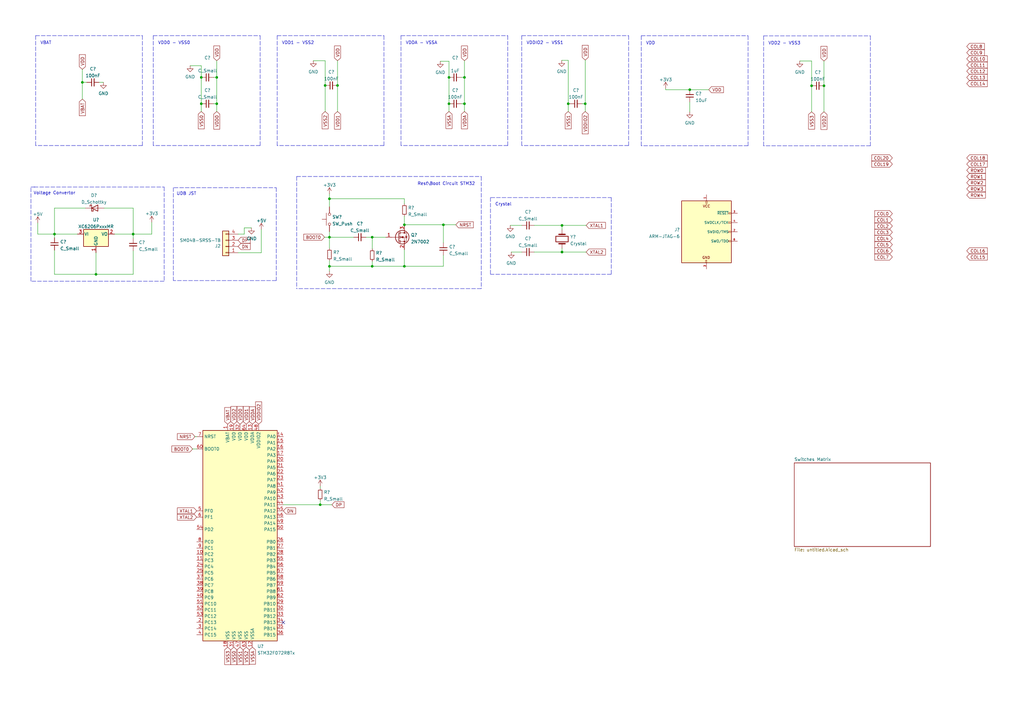
<source format=kicad_sch>
(kicad_sch (version 20211123) (generator eeschema)
  (paper "A3")
  (lib_symbols
    (symbol "Connector_Generic:Conn_01x04" (pin_names (offset 1.016) hide)
      (property "Reference" "J" (at 0 5.08 0))
      (property "Value" "Conn_01x04" (at 0 -7.62 0))
      (symbol "Conn_01x04_1_1"
        (rectangle (start -1.27 -4.953) (end 0 -5.207) (stroke (width 0.1524)))
        (rectangle (start -1.27 -2.413) (end 0 -2.667) (stroke (width 0.1524)))
        (rectangle (start -1.27 0.127) (end 0 -0.127) (stroke (width 0.1524)))
        (rectangle (start -1.27 2.667) (end 0 2.413) (stroke (width 0.1524)))
        (rectangle (start -1.27 3.81) (end 1.27 -6.35) (stroke (width 0.254)) (fill (type background)))
        (pin passive line (at -5.08 2.54 0) (length 3.81) (name "Pin_1") (number "1"))
        (pin passive line (at -5.08 0 0) (length 3.81) (name "Pin_2") (number "2"))
        (pin passive line (at -5.08 -2.54 0) (length 3.81) (name "Pin_3") (number "3"))
        (pin passive line (at -5.08 -5.08 0) (length 3.81) (name "Pin_4") (number "4"))
      )
    )
    (symbol "Device:C_Small" (pin_numbers hide) (pin_names (offset 0.254) hide)
      (property "Reference" "C" (at 0.254 1.778 0))
      (property "Value" "C_Small" (at 0.254 -2.032 0))
      (symbol "C_Small_0_1"
        (polyline (pts (xy -1.524 -0.508) (xy 1.524 -0.508)) (stroke (width 0.3302)))
        (polyline (pts (xy -1.524 0.508) (xy 1.524 0.508)) (stroke (width 0.3048)))
      )
      (symbol "C_Small_1_1"
        (pin passive line (at 0 2.54 270) (length 2.032) (name "~") (number "1"))
        (pin passive line (at 0 -2.54 90) (length 2.032) (name "~") (number "2"))
      )
    )
    (symbol "Device:Crystal" (pin_numbers hide) (pin_names (offset 1.016) hide)
      (property "Reference" "Y" (at 0 3.81 0))
      (property "Value" "Crystal" (at 0 -3.81 0))
      (symbol "Crystal_0_1"
        (rectangle (start -1.143 2.54) (end 1.143 -2.54) (stroke (width 0.3048)))
        (polyline (pts (xy -2.54 0) (xy -1.905 0)))
        (polyline (pts (xy -1.905 -1.27) (xy -1.905 1.27)) (stroke (width 0.508)))
        (polyline (pts (xy 1.905 -1.27) (xy 1.905 1.27)) (stroke (width 0.508)))
        (polyline (pts (xy 2.54 0) (xy 1.905 0)))
      )
      (symbol "Crystal_1_1"
        (pin passive line (at -3.81 0 0) (length 1.27) (name "1") (number "1"))
        (pin passive line (at 3.81 0 180) (length 1.27) (name "2") (number "2"))
      )
    )
    (symbol "Device:D_Schottky" (pin_numbers hide) (pin_names (offset 1.016) hide)
      (property "Reference" "D" (at 0 2.54 0))
      (property "Value" "D_Schottky" (at 0 -2.54 0))
      (symbol "D_Schottky_0_1"
        (polyline (pts (xy 1.27 0) (xy -1.27 0)))
        (polyline (pts (xy 1.27 1.27) (xy 1.27 -1.27) (xy -1.27 0) (xy 1.27 1.27)) (stroke (width 0.254)))
        (polyline (pts (xy -1.905 0.635) (xy -1.905 1.27) (xy -1.27 1.27) (xy -1.27 -1.27) (xy -0.635 -1.27) (xy -0.635 -0.635)) (stroke (width 0.254)))
      )
      (symbol "D_Schottky_1_1"
        (pin passive line (at -3.81 0 0) (length 2.54) (name "K") (number "1"))
        (pin passive line (at 3.81 0 180) (length 2.54) (name "A") (number "2"))
      )
    )
    (symbol "Device:R_Small" (pin_numbers hide) (pin_names (offset 0.254) hide)
      (property "Reference" "R" (at 0.762 0.508 0))
      (property "Value" "R_Small" (at 0.762 -1.016 0))
      (symbol "R_Small_0_1"
        (rectangle (start -0.762 1.778) (end 0.762 -1.778) (stroke (width 0.2032)))
      )
      (symbol "R_Small_1_1"
        (pin passive line (at 0 2.54 270) (length 0.762) (name "~") (number "1"))
        (pin passive line (at 0 -2.54 90) (length 0.762) (name "~") (number "2"))
      )
    )
    (symbol "MCU_ST_STM32F0:STM32F072R8Tx"
      (property "Reference" "U" (at -15.24 44.45 0))
      (property "Value" "STM32F072R8Tx" (at 10.16 44.45 0))
      (symbol "STM32F072R8Tx_0_1"
        (rectangle (start -15.24 -43.18) (end 15.24 43.18) (stroke (width 0.254)) (fill (type background)))
      )
      (symbol "STM32F072R8Tx_1_1"
        (pin power_in line (at -5.08 45.72 270) (length 2.54) (name "VBAT") (number "1"))
        (pin bidirectional line (at -17.78 -7.62 0) (length 2.54) (name "PC2") (number "10"))
        (pin bidirectional line (at -17.78 -10.16 0) (length 2.54) (name "PC3") (number "11"))
        (pin power_in line (at 5.08 -45.72 90) (length 2.54) (name "VSSA") (number "12"))
        (pin power_in line (at 5.08 45.72 270) (length 2.54) (name "VDDA") (number "13"))
        (pin bidirectional line (at 17.78 40.64 180) (length 2.54) (name "PA0") (number "14"))
        (pin bidirectional line (at 17.78 38.1 180) (length 2.54) (name "PA1") (number "15"))
        (pin bidirectional line (at 17.78 35.56 180) (length 2.54) (name "PA2") (number "16"))
        (pin bidirectional line (at 17.78 33.02 180) (length 2.54) (name "PA3") (number "17"))
        (pin power_in line (at -5.08 -45.72 90) (length 2.54) (name "VSS") (number "18"))
        (pin power_in line (at -2.54 45.72 270) (length 2.54) (name "VDD") (number "19"))
        (pin bidirectional line (at -17.78 -35.56 0) (length 2.54) (name "PC13") (number "2"))
        (pin bidirectional line (at 17.78 30.48 180) (length 2.54) (name "PA4") (number "20"))
        (pin bidirectional line (at 17.78 27.94 180) (length 2.54) (name "PA5") (number "21"))
        (pin bidirectional line (at 17.78 25.4 180) (length 2.54) (name "PA6") (number "22"))
        (pin bidirectional line (at 17.78 22.86 180) (length 2.54) (name "PA7") (number "23"))
        (pin bidirectional line (at -17.78 -12.7 0) (length 2.54) (name "PC4") (number "24"))
        (pin bidirectional line (at -17.78 -15.24 0) (length 2.54) (name "PC5") (number "25"))
        (pin bidirectional line (at 17.78 -2.54 180) (length 2.54) (name "PB0") (number "26"))
        (pin bidirectional line (at 17.78 -5.08 180) (length 2.54) (name "PB1") (number "27"))
        (pin bidirectional line (at 17.78 -7.62 180) (length 2.54) (name "PB2") (number "28"))
        (pin bidirectional line (at 17.78 -27.94 180) (length 2.54) (name "PB10") (number "29"))
        (pin bidirectional line (at -17.78 -38.1 0) (length 2.54) (name "PC14") (number "3"))
        (pin bidirectional line (at 17.78 -30.48 180) (length 2.54) (name "PB11") (number "30"))
        (pin power_in line (at -2.54 -45.72 90) (length 2.54) (name "VSS") (number "31"))
        (pin power_in line (at 0 45.72 270) (length 2.54) (name "VDD") (number "32"))
        (pin bidirectional line (at 17.78 -33.02 180) (length 2.54) (name "PB12") (number "33"))
        (pin bidirectional line (at 17.78 -35.56 180) (length 2.54) (name "PB13") (number "34"))
        (pin bidirectional line (at 17.78 -38.1 180) (length 2.54) (name "PB14") (number "35"))
        (pin bidirectional line (at 17.78 -40.64 180) (length 2.54) (name "PB15") (number "36"))
        (pin bidirectional line (at -17.78 -17.78 0) (length 2.54) (name "PC6") (number "37"))
        (pin bidirectional line (at -17.78 -20.32 0) (length 2.54) (name "PC7") (number "38"))
        (pin bidirectional line (at -17.78 -22.86 0) (length 2.54) (name "PC8") (number "39"))
        (pin bidirectional line (at -17.78 -40.64 0) (length 2.54) (name "PC15") (number "4"))
        (pin bidirectional line (at -17.78 -25.4 0) (length 2.54) (name "PC9") (number "40"))
        (pin bidirectional line (at 17.78 20.32 180) (length 2.54) (name "PA8") (number "41"))
        (pin bidirectional line (at 17.78 17.78 180) (length 2.54) (name "PA9") (number "42"))
        (pin bidirectional line (at 17.78 15.24 180) (length 2.54) (name "PA10") (number "43"))
        (pin bidirectional line (at 17.78 12.7 180) (length 2.54) (name "PA11") (number "44"))
        (pin bidirectional line (at 17.78 10.16 180) (length 2.54) (name "PA12") (number "45"))
        (pin bidirectional line (at 17.78 7.62 180) (length 2.54) (name "PA13") (number "46"))
        (pin power_in line (at 0 -45.72 90) (length 2.54) (name "VSS") (number "47"))
        (pin power_in line (at 7.62 45.72 270) (length 2.54) (name "VDDIO2") (number "48"))
        (pin bidirectional line (at 17.78 5.08 180) (length 2.54) (name "PA14") (number "49"))
        (pin input line (at -17.78 10.16 0) (length 2.54) (name "PF0") (number "5"))
        (pin bidirectional line (at 17.78 2.54 180) (length 2.54) (name "PA15") (number "50"))
        (pin bidirectional line (at -17.78 -27.94 0) (length 2.54) (name "PC10") (number "51"))
        (pin bidirectional line (at -17.78 -30.48 0) (length 2.54) (name "PC11") (number "52"))
        (pin bidirectional line (at -17.78 -33.02 0) (length 2.54) (name "PC12") (number "53"))
        (pin bidirectional line (at -17.78 2.54 0) (length 2.54) (name "PD2") (number "54"))
        (pin bidirectional line (at 17.78 -10.16 180) (length 2.54) (name "PB3") (number "55"))
        (pin bidirectional line (at 17.78 -12.7 180) (length 2.54) (name "PB4") (number "56"))
        (pin bidirectional line (at 17.78 -15.24 180) (length 2.54) (name "PB5") (number "57"))
        (pin bidirectional line (at 17.78 -17.78 180) (length 2.54) (name "PB6") (number "58"))
        (pin bidirectional line (at 17.78 -20.32 180) (length 2.54) (name "PB7") (number "59"))
        (pin input line (at -17.78 7.62 0) (length 2.54) (name "PF1") (number "6"))
        (pin input line (at -17.78 35.56 0) (length 2.54) (name "BOOT0") (number "60"))
        (pin bidirectional line (at 17.78 -22.86 180) (length 2.54) (name "PB8") (number "61"))
        (pin bidirectional line (at 17.78 -25.4 180) (length 2.54) (name "PB9") (number "62"))
        (pin power_in line (at 2.54 -45.72 90) (length 2.54) (name "VSS") (number "63"))
        (pin power_in line (at 2.54 45.72 270) (length 2.54) (name "VDD") (number "64"))
        (pin input line (at -17.78 40.64 0) (length 2.54) (name "NRST") (number "7"))
        (pin bidirectional line (at -17.78 -2.54 0) (length 2.54) (name "PC0") (number "8"))
        (pin bidirectional line (at -17.78 -5.08 0) (length 2.54) (name "PC1") (number "9"))
      )
    )
    (symbol "Regulator_Linear:XC6206PxxxMR" (pin_names (offset 0.254))
      (property "Reference" "U" (at -3.81 3.175 0))
      (property "Value" "XC6206PxxxMR" (at 0 3.175 0))
      (symbol "XC6206PxxxMR_0_1"
        (rectangle (start -5.08 1.905) (end 5.08 -5.08) (stroke (width 0.254)) (fill (type background)))
      )
      (symbol "XC6206PxxxMR_1_1"
        (pin power_in line (at 0 -7.62 90) (length 2.54) (name "GND") (number "1"))
        (pin power_out line (at 7.62 0 180) (length 2.54) (name "VO") (number "2"))
        (pin power_in line (at -7.62 0 0) (length 2.54) (name "VI") (number "3"))
      )
    )
    (symbol "Switch:SW_Push" (pin_numbers hide) (pin_names (offset 1.016) hide)
      (property "Reference" "SW" (at 1.27 2.54 0))
      (property "Value" "SW_Push" (at 0 -1.524 0))
      (symbol "SW_Push_0_1"
        (circle (center -2.032 0) (radius 0.508))
        (polyline (pts (xy 0 1.27) (xy 0 3.048)))
        (polyline (pts (xy 2.54 1.27) (xy -2.54 1.27)))
        (circle (center 2.032 0) (radius 0.508))
        (pin passive line (at -5.08 0 0) (length 2.54) (name "1") (number "1"))
        (pin passive line (at 5.08 0 180) (length 2.54) (name "2") (number "2"))
      )
    )
    (symbol "Transistor_FET:2N7002" (pin_names hide)
      (property "Reference" "Q" (at 5.08 1.905 0))
      (property "Value" "2N7002" (at 5.08 0 0))
      (symbol "2N7002_0_1"
        (polyline (pts (xy 0.254 0) (xy -2.54 0)))
        (polyline (pts (xy 0.254 1.905) (xy 0.254 -1.905)) (stroke (width 0.254)))
        (polyline (pts (xy 0.762 -1.27) (xy 0.762 -2.286)) (stroke (width 0.254)))
        (polyline (pts (xy 0.762 0.508) (xy 0.762 -0.508)) (stroke (width 0.254)))
        (polyline (pts (xy 0.762 2.286) (xy 0.762 1.27)) (stroke (width 0.254)))
        (polyline (pts (xy 2.54 2.54) (xy 2.54 1.778)))
        (polyline (pts (xy 2.54 -2.54) (xy 2.54 0) (xy 0.762 0)))
        (polyline (pts (xy 0.762 -1.778) (xy 3.302 -1.778) (xy 3.302 1.778) (xy 0.762 1.778)))
        (polyline (pts (xy 1.016 0) (xy 2.032 0.381) (xy 2.032 -0.381) (xy 1.016 0)) (fill (type outline)))
        (polyline (pts (xy 2.794 0.508) (xy 2.921 0.381) (xy 3.683 0.381) (xy 3.81 0.254)))
        (polyline (pts (xy 3.302 0.381) (xy 2.921 -0.254) (xy 3.683 -0.254) (xy 3.302 0.381)))
        (circle (center 1.651 0) (radius 2.794) (stroke (width 0.254)))
        (circle (center 2.54 -1.778) (radius 0.254) (fill (type outline)))
        (circle (center 2.54 1.778) (radius 0.254) (fill (type outline)))
      )
      (symbol "2N7002_1_1"
        (pin input line (at -5.08 0 0) (length 2.54) (name "G") (number "1"))
        (pin passive line (at 2.54 -5.08 90) (length 2.54) (name "S") (number "2"))
        (pin passive line (at 2.54 5.08 270) (length 2.54) (name "D") (number "3"))
      )
    )
    (symbol "acheronSymbols:ARM-JTAG-6" (pin_names (offset 1.016))
      (property "Reference" "J" (at -2.54 16.51 0))
      (property "Value" "ARM-JTAG-6" (at -2.54 13.97 0))
      (symbol "ARM-JTAG-6_0_0"
        (text "VCC" (at 0 10.541 0) (effects (font (size 1.016 1.016))))
      )
      (symbol "ARM-JTAG-6_0_1"
        (rectangle (start -10.16 12.7) (end 10.16 -12.7) (stroke (width 0.254)) (fill (type background)))
        (rectangle (start -0.381 -12.7) (end 0.127 -11.684))
        (rectangle (start -0.254 12.7) (end 0.254 11.684))
        (rectangle (start 9.144 3.556) (end 10.16 4.064))
        (rectangle (start 10.16 -4.064) (end 9.144 -3.556))
        (rectangle (start 10.16 -0.254) (end 9.144 0.254))
        (rectangle (start 10.16 7.874) (end 9.144 7.366))
      )
      (symbol "ARM-JTAG-6_1_1"
        (text "GND" (at -0.127 -10.541 0) (effects (font (size 1.016 1.016))))
        (pin power_in line (at 0 15.24 270) (length 2.54) (name "VCC") (number "1"))
        (pin bidirectional line (at 12.7 0 180) (length 2.54) (name "SWDIO/TMS") (number "2"))
        (pin power_in line (at 0 -15.24 90) (length 2.54) (name "GND") (number "3"))
        (pin open_collector line (at 12.7 7.62 180) (length 2.54) (name "~{RESET}") (number "3"))
        (pin output line (at 12.7 3.81 180) (length 2.54) (name "SWDCLK/TCK") (number "4"))
        (pin passive line (at 0 -15.24 90) (length 2.54) hide (name "GND") (number "5"))
        (pin input line (at 12.7 -3.81 180) (length 2.54) (name "SWO/TDO") (number "6"))
        (pin no_connect line (at -10.16 0 0) (length 2.54) hide (name "KEY") (number "7"))
      )
    )
    (symbol "power:+3.3V" (power) (pin_names (offset 0))
      (property "Value" "+3.3V" (at 0 3.556 0))
      (symbol "+3.3V_0_1"
        (polyline (pts (xy -0.762 1.27) (xy 0 2.54)))
        (polyline (pts (xy 0 0) (xy 0 2.54)))
        (polyline (pts (xy 0 2.54) (xy 0.762 1.27)))
      )
      (symbol "+3.3V_1_1"
        (pin power_in line (at 0 0 90) (length 0) hide (name "+3V3") (number "1"))
      )
    )
    (symbol "power:+5V" (power) (pin_names (offset 0))
      (property "Value" "+5V" (at 0 3.556 0))
      (symbol "+5V_0_1"
        (polyline (pts (xy -0.762 1.27) (xy 0 2.54)))
        (polyline (pts (xy 0 0) (xy 0 2.54)))
        (polyline (pts (xy 0 2.54) (xy 0.762 1.27)))
      )
      (symbol "+5V_1_1"
        (pin power_in line (at 0 0 90) (length 0) hide (name "+5V") (number "1"))
      )
    )
    (symbol "power:GND" (power) (pin_names (offset 0))
      (property "Value" "GND" (at 0 -3.81 0))
      (symbol "GND_0_1"
        (polyline (pts (xy 0 0) (xy 0 -1.27) (xy 1.27 -1.27) (xy 0 -2.54) (xy -1.27 -1.27) (xy 0 -1.27)))
      )
      (symbol "GND_1_1"
        (pin power_in line (at 0 0 270) (length 0) hide (name "GND") (number "1"))
      )
    )
  )
  (junction (at 138.43 35.052))
  (junction (at 82.55 31.75))
  (junction (at 135.128 97.282))
  (junction (at 230.505 103.378))
  (junction (at 88.9 31.75))
  (junction (at 337.947 35.179))
  (junction (at 54.61 96.012))
  (junction (at 233.045 42.545))
  (junction (at 152.654 97.282))
  (junction (at 133.35 35.052))
  (junction (at 88.9 42.545))
  (junction (at 82.55 42.545))
  (junction (at 190.5 31.75))
  (junction (at 33.782 33.782))
  (junction (at 39.37 112.522))
  (junction (at 184.15 42.545))
  (junction (at 135.128 81.534))
  (junction (at 240.03 42.545))
  (junction (at 230.505 92.456))
  (junction (at 165.862 109.22))
  (junction (at 282.9052 36.7792))
  (junction (at 184.15 31.75))
  (junction (at 332.867 35.179))
  (junction (at 131.318 207.01))
  (junction (at 181.864 92.202))
  (junction (at 190.5 42.545))
  (junction (at 152.654 109.22))
  (junction (at 135.128 109.22))
  (junction (at 165.862 92.202))
  (junction (at 22.352 96.012))
  (no_connect (at 116.205 255.2954))
  (wire (pts (xy 54.61 96.012) (xy 54.61 85.344)))
  (wire (pts (xy 138.43 35.052) (xy 138.43 45.72)))
  (wire (pts (xy 33.782 28.448) (xy 33.782 33.782)))
  (wire (pts (xy 219.075 103.378) (xy 230.505 103.378)))
  (wire (pts (xy 240.03 24.638) (xy 240.03 42.545)))
  (polyline (pts (xy 208.28 14.605) (xy 208.28 59.69)))
  (wire (pts (xy 46.99 96.012) (xy 54.61 96.012)))
  (polyline (pts (xy 262.9916 59.7662) (xy 262.9916 14.6812)))
  (polyline (pts (xy 14.605 59.69) (xy 14.605 14.605)))
  (wire (pts (xy 39.37 103.632) (xy 39.37 112.522)))
  (polyline (pts (xy 257.81 59.69) (xy 213.995 59.69)))
  (wire (pts (xy 180.594 25.146) (xy 184.15 25.146)))
  (polyline (pts (xy 12.7 76.708) (xy 14.224 76.708)))
  (wire (pts (xy 54.61 85.344) (xy 42.672 85.344)))
  (wire (pts (xy 100.203 93.472) (xy 100.203 96.012)))
  (wire (pts (xy 181.864 92.202) (xy 186.944 92.202)))
  (polyline (pts (xy 313.182 59.817) (xy 313.182 14.732)))
  (wire (pts (xy 62.23 91.186) (xy 62.23 96.012)))
  (polyline (pts (xy 306.8066 59.7662) (xy 262.9916 59.7662)))
  (wire (pts (xy 133.096 97.282) (xy 135.128 97.282)))
  (polyline (pts (xy 208.28 59.69) (xy 164.465 59.69)))
  (wire (pts (xy 22.352 112.522) (xy 39.37 112.522)))
  (polyline (pts (xy 213.995 14.605) (xy 257.81 14.605)))
  (wire (pts (xy 209.296 92.456) (xy 213.995 92.456)))
  (wire (pts (xy 33.782 33.782) (xy 33.782 40.64)))
  (wire (pts (xy 138.43 24.892) (xy 138.43 35.052)))
  (polyline (pts (xy 13.97 76.708) (xy 67.31 76.708)))
  (wire (pts (xy 165.862 81.534) (xy 135.128 81.534)))
  (polyline (pts (xy 121.666 72.39) (xy 197.358 72.39)))
  (wire (pts (xy 233.045 42.545) (xy 233.045 45.72)))
  (polyline (pts (xy 306.8066 14.6812) (xy 306.8066 59.7662)))
  (wire (pts (xy 219.075 92.456) (xy 230.505 92.456)))
  (polyline (pts (xy 113.665 59.69) (xy 113.665 14.605)))
  (wire (pts (xy 184.15 25.146) (xy 184.15 31.75)))
  (polyline (pts (xy 157.48 59.69) (xy 113.665 59.69)))
  (wire (pts (xy 33.782 33.782) (xy 35.56 33.782)))
  (polyline (pts (xy 58.42 59.69) (xy 14.605 59.69)))
  (wire (pts (xy 97.663 96.012) (xy 100.203 96.012)))
  (wire (pts (xy 233.045 42.545) (xy 233.68 42.545)))
  (wire (pts (xy 135.128 109.22) (xy 152.654 109.22)))
  (wire (pts (xy 22.352 102.616) (xy 22.352 112.522)))
  (wire (pts (xy 184.15 42.545) (xy 184.15 45.72)))
  (polyline (pts (xy 197.358 118.364) (xy 121.666 118.364)))
  (polyline (pts (xy 58.42 14.605) (xy 58.42 59.69)))
  (polyline (pts (xy 71.374 76.962) (xy 113.284 76.962)))
  (wire (pts (xy 40.64 33.782) (xy 42.418 33.782)))
  (polyline (pts (xy 106.68 14.605) (xy 106.68 59.69)))
  (wire (pts (xy 116.2304 207.01) (xy 131.318 207.01)))
  (polyline (pts (xy 250.698 81.026) (xy 250.698 112.522)))
  (wire (pts (xy 150.114 97.282) (xy 152.654 97.282)))
  (wire (pts (xy 35.052 85.344) (xy 22.352 85.344)))
  (wire (pts (xy 337.947 35.179) (xy 337.947 45.847)))
  (wire (pts (xy 230.378 24.765) (xy 233.045 24.765)))
  (polyline (pts (xy 164.465 59.69) (xy 164.465 14.605)))
  (wire (pts (xy 133.35 35.052) (xy 133.35 45.72)))
  (wire (pts (xy 128.524 24.892) (xy 133.35 24.892)))
  (wire (pts (xy 165.862 92.202) (xy 181.864 92.202)))
  (wire (pts (xy 209.677 103.378) (xy 213.995 103.378)))
  (wire (pts (xy 135.128 97.282) (xy 135.128 101.854)))
  (wire (pts (xy 184.15 31.75) (xy 184.15 42.545)))
  (polyline (pts (xy 257.81 14.605) (xy 257.81 59.69)))
  (polyline (pts (xy 14.605 14.605) (xy 58.42 14.605)))
  (polyline (pts (xy 201.295 81.026) (xy 250.698 81.026)))
  (polyline (pts (xy 106.68 59.69) (xy 62.865 59.69)))
  (wire (pts (xy 131.318 205.3336) (xy 131.318 207.01)))
  (wire (pts (xy 135.128 109.22) (xy 135.128 111.252)))
  (wire (pts (xy 230.505 101.854) (xy 230.505 103.378)))
  (wire (pts (xy 82.55 26.924) (xy 82.55 31.75)))
  (wire (pts (xy 152.654 97.282) (xy 158.242 97.282)))
  (polyline (pts (xy 213.995 59.69) (xy 213.995 14.605)))
  (wire (pts (xy 135.128 106.934) (xy 135.128 109.22)))
  (wire (pts (xy 97.663 103.632) (xy 107.188 103.632)))
  (wire (pts (xy 54.61 97.79) (xy 54.61 96.012)))
  (wire (pts (xy 230.505 92.456) (xy 230.505 94.234)))
  (wire (pts (xy 189.23 42.545) (xy 190.5 42.545)))
  (wire (pts (xy 78.994 184.15) (xy 80.6704 184.15)))
  (wire (pts (xy 77.978 26.924) (xy 82.55 26.924)))
  (wire (pts (xy 181.864 109.22) (xy 165.862 109.22)))
  (polyline (pts (xy 313.182 14.732) (xy 356.997 14.732)))
  (wire (pts (xy 189.23 31.75) (xy 190.5 31.75)))
  (wire (pts (xy 238.76 42.545) (xy 240.03 42.545)))
  (polyline (pts (xy 67.31 76.708) (xy 67.31 115.316)))
  (wire (pts (xy 190.5 31.75) (xy 190.5 42.545)))
  (wire (pts (xy 165.862 88.646) (xy 165.862 92.202)))
  (wire (pts (xy 230.505 92.456) (xy 240.411 92.456)))
  (wire (pts (xy 152.654 97.282) (xy 152.654 102.108)))
  (polyline (pts (xy 197.358 72.39) (xy 197.358 118.364)))
  (wire (pts (xy 272.9992 36.2712) (xy 272.9992 36.7792)))
  (wire (pts (xy 135.128 81.534) (xy 135.128 84.836)))
  (wire (pts (xy 332.867 35.179) (xy 332.867 45.847)))
  (polyline (pts (xy 250.698 112.522) (xy 201.168 112.522)))
  (polyline (pts (xy 71.12 76.962) (xy 71.12 115.062)))
  (polyline (pts (xy 262.9916 14.6812) (xy 306.8066 14.6812)))
  (polyline (pts (xy 157.48 14.605) (xy 157.48 59.69)))
  (wire (pts (xy 88.9 42.545) (xy 88.9 45.72)))
  (wire (pts (xy 15.494 96.012) (xy 22.352 96.012)))
  (polyline (pts (xy 62.865 14.605) (xy 106.68 14.605)))
  (wire (pts (xy 181.864 104.648) (xy 181.864 109.22)))
  (wire (pts (xy 22.352 96.012) (xy 31.75 96.012)))
  (wire (pts (xy 22.352 85.344) (xy 22.352 96.012)))
  (wire (pts (xy 230.505 103.378) (xy 240.411 103.378)))
  (wire (pts (xy 328.041 25.019) (xy 332.867 25.019)))
  (wire (pts (xy 282.9052 36.7792) (xy 290.6776 36.7792)))
  (wire (pts (xy 135.128 79.502) (xy 135.128 81.534)))
  (wire (pts (xy 165.862 109.22) (xy 152.654 109.22)))
  (polyline (pts (xy 113.284 76.962) (xy 113.284 115.062)))
  (polyline (pts (xy 201.168 81.026) (xy 201.168 112.522)))
  (wire (pts (xy 181.864 92.202) (xy 181.864 99.568)))
  (wire (pts (xy 82.55 42.545) (xy 82.55 45.72)))
  (polyline (pts (xy 67.31 115.316) (xy 12.7 115.316)))
  (polyline (pts (xy 164.465 14.605) (xy 208.28 14.605)))
  (polyline (pts (xy 121.666 72.39) (xy 121.666 118.364)))
  (wire (pts (xy 87.63 31.75) (xy 88.9 31.75)))
  (wire (pts (xy 131.318 207.01) (xy 136.0932 207.01)))
  (wire (pts (xy 107.188 103.632) (xy 107.188 94.107)))
  (wire (pts (xy 282.9052 41.8592) (xy 282.9052 45.8724)))
  (polyline (pts (xy 356.997 59.817) (xy 313.182 59.817)))
  (wire (pts (xy 233.045 24.765) (xy 233.045 42.545)))
  (wire (pts (xy 165.862 83.566) (xy 165.862 81.534)))
  (wire (pts (xy 240.03 42.545) (xy 240.03 45.72)))
  (wire (pts (xy 39.37 112.522) (xy 54.61 112.522)))
  (wire (pts (xy 103.124 93.472) (xy 100.203 93.472)))
  (wire (pts (xy 133.35 24.892) (xy 133.35 35.052)))
  (wire (pts (xy 190.5 24.892) (xy 190.5 31.75)))
  (polyline (pts (xy 113.284 115.062) (xy 71.12 115.062)))
  (wire (pts (xy 22.352 96.012) (xy 22.352 97.536)))
  (wire (pts (xy 135.128 94.996) (xy 135.128 97.282)))
  (polyline (pts (xy 356.997 14.732) (xy 356.997 59.817)))
  (polyline (pts (xy 62.865 59.69) (xy 62.865 14.605)))
  (wire (pts (xy 272.9992 36.7792) (xy 282.9052 36.7792)))
  (wire (pts (xy 79.9592 179.07) (xy 80.6704 179.07)))
  (wire (pts (xy 165.862 102.362) (xy 165.862 109.22)))
  (wire (pts (xy 82.55 31.75) (xy 82.55 42.545)))
  (wire (pts (xy 88.9 24.892) (xy 88.9 31.75)))
  (wire (pts (xy 54.61 112.522) (xy 54.61 102.87)))
  (wire (pts (xy 337.947 25.019) (xy 337.947 35.179)))
  (wire (pts (xy 62.23 96.012) (xy 54.61 96.012)))
  (wire (pts (xy 15.494 91.44) (xy 15.494 96.012)))
  (polyline (pts (xy 113.665 14.605) (xy 157.48 14.605)))
  (wire (pts (xy 87.63 42.545) (xy 88.9 42.545)))
  (wire (pts (xy 131.318 199.4408) (xy 131.318 200.2536)))
  (wire (pts (xy 135.128 97.282) (xy 145.034 97.282)))
  (polyline (pts (xy 12.7 115.316) (xy 12.7 76.708)))
  (wire (pts (xy 88.9 31.75) (xy 88.9 42.545)))
  (wire (pts (xy 332.867 25.019) (xy 332.867 35.179)))
  (wire (pts (xy 190.5 42.545) (xy 190.5 45.72)))
  (wire (pts (xy 152.654 109.22) (xy 152.654 107.188)))
  (text "VDD2 - VSS3" (at 315.087 18.542 0) (effects (font (size 1.27 1.27)) (justify left bottom)))
  (text "Crystal" (at 203.073 84.582 0) (effects (font (size 1.27 1.27)) (justify left bottom)))
  (text "VBAT" (at 16.51 18.415 0) (effects (font (size 1.27 1.27)) (justify left bottom)))
  (text "VDD" (at 264.8966 18.5166 0) (effects (font (size 1.27 1.27)) (justify left bottom)))
  (text "Rest\\Boot Circuit STM32" (at 171.196 76.2 0) (effects (font (size 1.27 1.27)) (justify left bottom)))
  (text "VDD0 - VSS0" (at 64.77 18.415 0) (effects (font (size 1.27 1.27)) (justify left bottom)))
  (text "UDB JST" (at 72.39 80.264 0) (effects (font (size 1.27 1.27)) (justify left bottom)))
  (text "VDD1 - VSS2" (at 115.57 18.415 0) (effects (font (size 1.27 1.27)) (justify left bottom)))
  (text "Voltage Convertor" (at 13.716 80.01 0) (effects (font (size 1.27 1.27)) (justify left bottom)))
  (text "VDDA - VSSA" (at 166.37 18.415 0) (effects (font (size 1.27 1.27)) (justify left bottom)))
  (text "VDDIO2 - VSS1" (at 215.9 18.415 0) (effects (font (size 1.27 1.27)) (justify left bottom)))
  (global_label "NRST" (shape input) (at 79.9592 179.07 180) (property "Intersheet References" "${INTERSHEET_REFS}" (effects hide)))
  (global_label "VDD0" (shape input) (at 98.4504 173.99 90) (property "Intersheet References" "${INTERSHEET_REFS}" (effects hide)))
  (global_label "COL14" (shape input) (at 396.494 34.29 0) (property "Intersheet References" "${INTERSHEET_REFS}" (effects hide)))
  (global_label "VDDA" (shape input) (at 103.5304 173.99 90) (property "Intersheet References" "${INTERSHEET_REFS}" (effects hide)))
  (global_label "VDD" (shape input) (at 290.6776 36.7792 0) (property "Intersheet References" "${INTERSHEET_REFS}" (effects hide)))
  (global_label "ROW1" (shape input) (at 396.494 72.39 0) (property "Intersheet References" "${INTERSHEET_REFS}" (effects hide)))
  (global_label "COL5" (shape input) (at 366.014 100.33 180) (property "Intersheet References" "${INTERSHEET_REFS}" (effects hide)))
  (global_label "VDD1" (shape input) (at 100.9904 173.99 90) (property "Intersheet References" "${INTERSHEET_REFS}" (effects hide)))
  (global_label "XTAL1" (shape input) (at 240.411 92.456 0) (property "Intersheet References" "${INTERSHEET_REFS}" (effects hide)))
  (global_label "COL4" (shape input) (at 366.014 97.79 180) (property "Intersheet References" "${INTERSHEET_REFS}" (effects hide)))
  (global_label "VSS3" (shape input) (at 332.867 45.847 270) (property "Intersheet References" "${INTERSHEET_REFS}" (effects hide)))
  (global_label "COL10" (shape input) (at 396.494 24.13 0) (property "Intersheet References" "${INTERSHEET_REFS}" (effects hide)))
  (global_label "VDD" (shape input) (at 138.43 24.892 90) (property "Intersheet References" "${INTERSHEET_REFS}" (effects hide)))
  (global_label "VDD1" (shape input) (at 138.43 45.72 270) (property "Intersheet References" "${INTERSHEET_REFS}" (effects hide)))
  (global_label "COL11" (shape input) (at 396.494 26.67 0) (property "Intersheet References" "${INTERSHEET_REFS}" (effects hide)))
  (global_label "VSSA" (shape input) (at 184.15 45.72 270) (property "Intersheet References" "${INTERSHEET_REFS}" (effects hide)))
  (global_label "COL19" (shape input) (at 366.014 67.31 180) (property "Intersheet References" "${INTERSHEET_REFS}" (effects hide)))
  (global_label "COL0" (shape input) (at 366.014 87.63 180) (property "Intersheet References" "${INTERSHEET_REFS}" (effects hide)))
  (global_label "VSS0" (shape input) (at 82.55 45.72 270) (property "Intersheet References" "${INTERSHEET_REFS}" (effects hide)))
  (global_label "VSS1" (shape input) (at 233.045 45.72 270) (property "Intersheet References" "${INTERSHEET_REFS}" (effects hide)))
  (global_label "XTAL2" (shape input) (at 80.6704 212.09 180) (property "Intersheet References" "${INTERSHEET_REFS}" (effects hide)))
  (global_label "ROW0" (shape input) (at 396.494 69.85 0) (property "Intersheet References" "${INTERSHEET_REFS}" (effects hide)))
  (global_label "XTAL1" (shape input) (at 80.6704 209.55 180) (property "Intersheet References" "${INTERSHEET_REFS}" (effects hide)))
  (global_label "COL15" (shape input) (at 396.494 105.41 0) (property "Intersheet References" "${INTERSHEET_REFS}" (effects hide)))
  (global_label "VDDIO2" (shape input) (at 106.0704 173.99 90) (property "Intersheet References" "${INTERSHEET_REFS}" (effects hide)))
  (global_label "DN" (shape input) (at 97.663 101.092 0) (property "Intersheet References" "${INTERSHEET_REFS}" (effects hide)))
  (global_label "COL3" (shape input) (at 366.014 95.25 180) (property "Intersheet References" "${INTERSHEET_REFS}" (effects hide)))
  (global_label "VSS3" (shape input) (at 93.3704 265.43 270) (property "Intersheet References" "${INTERSHEET_REFS}" (effects hide)))
  (global_label "COL16" (shape input) (at 396.494 102.87 0) (property "Intersheet References" "${INTERSHEET_REFS}" (effects hide)))
  (global_label "VDD" (shape input) (at 88.9 24.892 90) (property "Intersheet References" "${INTERSHEET_REFS}" (effects hide)))
  (global_label "ROW3" (shape input) (at 396.494 77.47 0) (property "Intersheet References" "${INTERSHEET_REFS}" (effects hide)))
  (global_label "VSS2" (shape input) (at 133.35 45.72 270) (property "Intersheet References" "${INTERSHEET_REFS}" (effects hide)))
  (global_label "COL13" (shape input) (at 396.494 31.75 0) (property "Intersheet References" "${INTERSHEET_REFS}" (effects hide)))
  (global_label "DP" (shape input) (at 97.663 98.552 0) (property "Intersheet References" "${INTERSHEET_REFS}" (effects hide)))
  (global_label "NRST" (shape input) (at 186.944 92.202 0) (property "Intersheet References" "${INTERSHEET_REFS}" (effects hide)))
  (global_label "VDD2" (shape input) (at 337.947 45.847 270) (property "Intersheet References" "${INTERSHEET_REFS}" (effects hide)))
  (global_label "ROW2" (shape input) (at 396.494 74.93 0) (property "Intersheet References" "${INTERSHEET_REFS}" (effects hide)))
  (global_label "COL18" (shape input) (at 396.494 64.77 0) (property "Intersheet References" "${INTERSHEET_REFS}" (effects hide)))
  (global_label "COL7" (shape input) (at 366.014 105.41 180) (property "Intersheet References" "${INTERSHEET_REFS}" (effects hide)))
  (global_label "VBAT" (shape input) (at 33.782 40.64 270) (property "Intersheet References" "${INTERSHEET_REFS}" (effects hide)))
  (global_label "BOOT0" (shape input) (at 78.994 184.15 180) (property "Intersheet References" "${INTERSHEET_REFS}" (effects hide)))
  (global_label "VDD0" (shape input) (at 88.9 45.72 270) (property "Intersheet References" "${INTERSHEET_REFS}" (effects hide)))
  (global_label "COL8" (shape input) (at 396.494 19.05 0) (property "Intersheet References" "${INTERSHEET_REFS}" (effects hide)))
  (global_label "VDDIO2" (shape input) (at 240.03 45.72 270) (property "Intersheet References" "${INTERSHEET_REFS}" (effects hide)))
  (global_label "XTAL2" (shape input) (at 240.411 103.378 0) (property "Intersheet References" "${INTERSHEET_REFS}" (effects hide)))
  (global_label "COL9" (shape input) (at 396.494 21.59 0) (property "Intersheet References" "${INTERSHEET_REFS}" (effects hide)))
  (global_label "COL2" (shape input) (at 366.014 92.71 180) (property "Intersheet References" "${INTERSHEET_REFS}" (effects hide)))
  (global_label "VDD" (shape input) (at 33.782 28.448 90) (property "Intersheet References" "${INTERSHEET_REFS}" (effects hide)))
  (global_label "VSS0" (shape input) (at 95.9104 265.43 270) (property "Intersheet References" "${INTERSHEET_REFS}" (effects hide)))
  (global_label "COL1" (shape input) (at 366.014 90.17 180) (property "Intersheet References" "${INTERSHEET_REFS}" (effects hide)))
  (global_label "COL17" (shape input) (at 396.494 67.31 0) (property "Intersheet References" "${INTERSHEET_REFS}" (effects hide)))
  (global_label "VSS1" (shape input) (at 98.4504 265.43 270) (property "Intersheet References" "${INTERSHEET_REFS}" (effects hide)))
  (global_label "COL12" (shape input) (at 396.494 29.21 0) (property "Intersheet References" "${INTERSHEET_REFS}" (effects hide)))
  (global_label "VDD" (shape input) (at 337.947 25.019 90) (property "Intersheet References" "${INTERSHEET_REFS}" (effects hide)))
  (global_label "VSSA" (shape input) (at 103.5304 265.43 270) (property "Intersheet References" "${INTERSHEET_REFS}" (effects hide)))
  (global_label "VDD" (shape input) (at 240.03 24.638 90) (property "Intersheet References" "${INTERSHEET_REFS}" (effects hide)))
  (global_label "VDD2" (shape input) (at 95.9104 173.99 90) (property "Intersheet References" "${INTERSHEET_REFS}" (effects hide)))
  (global_label "BOOT0" (shape input) (at 133.096 97.282 180) (property "Intersheet References" "${INTERSHEET_REFS}" (effects hide)))
  (global_label "VSS2" (shape input) (at 100.9904 265.43 270) (property "Intersheet References" "${INTERSHEET_REFS}" (effects hide)))
  (global_label "DP" (shape input) (at 136.144 207.01 0) (property "Intersheet References" "${INTERSHEET_REFS}" (effects hide)))
  (global_label "VBAT" (shape input) (at 93.3704 173.99 90) (property "Intersheet References" "${INTERSHEET_REFS}" (effects hide)))
  (global_label "COL6" (shape input) (at 366.014 102.87 180) (property "Intersheet References" "${INTERSHEET_REFS}" (effects hide)))
  (global_label "COL20" (shape input) (at 366.014 64.77 180) (property "Intersheet References" "${INTERSHEET_REFS}" (effects hide)))
  (global_label "DN" (shape input) (at 116.2304 209.55 0) (property "Intersheet References" "${INTERSHEET_REFS}" (effects hide)))
  (global_label "ROW4" (shape input) (at 396.494 80.01 0) (property "Intersheet References" "${INTERSHEET_REFS}" (effects hide)))
  (global_label "VDD" (shape input) (at 190.5 24.892 90) (property "Intersheet References" "${INTERSHEET_REFS}" (effects hide)))
  (global_label "VDDA" (shape input) (at 190.5 45.72 270) (property "Intersheet References" "${INTERSHEET_REFS}" (effects hide)))
  (symbol (lib_id "Switch:SW_Push") (at 135.128 89.916 90) (unit 1)
    (property "Reference" "SW?" (at 136.271 89.0075 90) (effects (justify right)))
    (property "Value" "SW_Push" (at 136.271 91.7826 90) (effects (justify right)))
  )
  (symbol (lib_id "Connector_Generic:Conn_01x04") (at 92.583 101.092 180) (unit 1)
    (property "Reference" "J2" (at 90.551 100.8888 0) (effects (justify left)))
    (property "Value" "SM04B-SRSS-TB" (at 90.551 98.5774 0) (effects (justify left)))
    (property "Footprint" "random-keyboard-parts:JST-SR-4" (effects hide))
  )
  (symbol (lib_id "Device:C_Small") (at 216.535 103.378 90) (unit 1)
    (property "Reference" "C?" (at 216.5413 97.8494 90))
    (property "Value" "C_Small" (at 216.5413 100.6245 90))
  )
  (symbol (lib_id "Device:C_Small") (at 216.535 92.456 90) (unit 1)
    (property "Reference" "C?" (at 216.5413 86.9274 90))
    (property "Value" "C_Small" (at 216.5413 89.7025 90))
  )
  (symbol (lib_id "Device:C_Small") (at 186.69 31.75 90) (unit 1)
    (property "Reference" "C?" (at 186.6963 23.6814 90))
    (property "Value" "1uF" (at 186.6963 28.9965 90))
  )
  (symbol (lib_id "Device:C_Small") (at 38.1 33.782 90) (unit 1)
    (property "Reference" "C?" (at 38.1063 28.2534 90))
    (property "Value" "100nF" (at 38.1063 31.0285 90))
  )
  (symbol (lib_id "Device:C_Small") (at 335.407 35.179 90) (unit 1)
    (property "Reference" "C?" (at 335.4133 29.6504 90))
    (property "Value" "100nF" (at 335.4133 32.4255 90))
  )
  (symbol (lib_id "power:GND") (at 135.128 111.252 0) (unit 1)
    (property "Reference" "#PWR?" (effects hide))
    (property "Value" "GND" (at 135.128 115.8145 0))
  )
  (symbol (lib_id "power:GND") (at 42.418 33.782 0) (unit 1)
    (property "Reference" "#PWR?" (effects hide))
    (property "Value" "GND" (at 42.418 38.3445 0))
  )
  (symbol (lib_id "power:+3.3V") (at 62.23 91.186 0) (unit 1)
    (property "Reference" "#PWR?" (effects hide))
    (property "Value" "+3.3V" (at 62.23 87.5815 0))
  )
  (symbol (lib_id "Device:C_Small") (at 85.09 31.75 90) (unit 1)
    (property "Reference" "C?" (at 85.0963 23.6814 90))
    (property "Value" "C_Small" (at 85.0963 28.9965 90))
  )
  (symbol (lib_id "Device:C_Small") (at 282.9052 39.3192 180) (unit 1)
    (property "Reference" "C?" (at 285.2293 38.4043 0) (effects (justify right)))
    (property "Value" "10uF" (at 285.2293 41.1794 0) (effects (justify right)))
  )
  (symbol (lib_id "acheronSymbols:ARM-JTAG-6") (at 289.7632 95.0976 0) (unit 1)
    (property "Reference" "J?" (at 278.8413 94.1891 0) (effects (justify right)))
    (property "Value" "ARM-JTAG-6" (at 278.8413 96.9642 0) (effects (justify right)))
  )
  (symbol (lib_id "power:+5V") (at 107.188 94.107 0) (unit 1)
    (property "Reference" "#PWR?" (effects hide))
    (property "Value" "+5V" (at 107.188 90.5025 0))
  )
  (symbol (lib_id "power:GND") (at 282.9052 45.8724 0) (unit 1)
    (property "Reference" "#PWR?" (effects hide))
    (property "Value" "GND" (at 282.9052 50.4349 0))
  )
  (symbol (lib_id "power:GND") (at 103.124 93.472 0) (unit 1)
    (property "Reference" "#PWR0104" (effects hide))
    (property "Value" "GND" (at 103.251 97.8662 0))
  )
  (symbol (lib_id "power:GND") (at 209.296 92.456 0) (unit 1)
    (property "Reference" "#PWR?" (effects hide))
    (property "Value" "GND" (at 209.296 97.0185 0))
  )
  (symbol (lib_id "Regulator_Linear:XC6206PxxxMR") (at 39.37 96.012 0) (unit 1)
    (property "Reference" "U?" (at 39.37 90.1405 0))
    (property "Value" "XC6206PxxxMR" (at 39.37 92.9156 0))
    (property "Footprint" "Package_TO_SOT_SMD:SOT-23" (effects hide))
    (property "Datasheet" "https://www.torexsemi.com/file/xc6206/XC6206.pdf" (effects hide))
  )
  (symbol (lib_id "Device:D_Schottky") (at 38.862 85.344 0) (unit 1)
    (property "Reference" "D?" (at 38.5445 80.1075 0))
    (property "Value" "D_Schottky" (at 38.5445 82.8826 0))
  )
  (symbol (lib_id "Device:C_Small") (at 236.22 42.545 90) (unit 1)
    (property "Reference" "C?" (at 236.2263 37.0164 90))
    (property "Value" "100nF" (at 236.2263 39.7915 90))
  )
  (symbol (lib_id "Device:C_Small") (at 85.09 42.545 90) (unit 1)
    (property "Reference" "C?" (at 85.0963 37.0164 90))
    (property "Value" "C_Small" (at 85.0963 39.7915 90))
  )
  (symbol (lib_id "Device:C_Small") (at 186.69 42.545 90) (unit 1)
    (property "Reference" "C?" (at 186.6963 37.0164 90))
    (property "Value" "100nF" (at 186.6963 39.7915 90))
  )
  (symbol (lib_id "Device:R_Small") (at 165.862 86.106 0) (unit 1)
    (property "Reference" "R?" (at 167.3606 85.1975 0) (effects (justify left)))
    (property "Value" "R_Small" (at 167.3606 87.9726 0) (effects (justify left)))
  )
  (symbol (lib_id "Device:C_Small") (at 54.61 100.33 0) (unit 1)
    (property "Reference" "C?" (at 56.9341 99.4278 0) (effects (justify left)))
    (property "Value" "C_Small" (at 56.9341 102.2029 0) (effects (justify left)))
  )
  (symbol (lib_id "power:GND") (at 77.978 26.924 0) (unit 1)
    (property "Reference" "#PWR?" (effects hide))
    (property "Value" "GND" (at 77.978 31.4865 0))
  )
  (symbol (lib_id "power:+3.3V") (at 131.318 199.4408 0) (unit 1)
    (property "Reference" "#PWR?" (effects hide))
    (property "Value" "+3.3V" (at 131.318 195.8363 0))
  )
  (symbol (lib_id "Device:C_Small") (at 22.352 100.076 0) (unit 1)
    (property "Reference" "C?" (at 24.6761 99.1738 0) (effects (justify left)))
    (property "Value" "C_Small" (at 24.6761 101.9489 0) (effects (justify left)))
  )
  (symbol (lib_id "Device:C_Small") (at 135.89 35.052 90) (unit 1)
    (property "Reference" "C?" (at 135.8963 29.5234 90))
    (property "Value" "100nF" (at 135.8963 32.2985 90))
  )
  (symbol (lib_id "Device:R_Small") (at 152.654 104.648 0) (unit 1)
    (property "Reference" "R?" (at 154.1526 103.7395 0) (effects (justify left)))
    (property "Value" "R_Small" (at 154.1526 106.5146 0) (effects (justify left)))
  )
  (symbol (lib_id "power:GND") (at 180.594 25.146 0) (unit 1)
    (property "Reference" "#PWR?" (effects hide))
    (property "Value" "GND" (at 180.594 29.7085 0))
  )
  (symbol (lib_id "power:GND") (at 328.041 25.019 0) (unit 1)
    (property "Reference" "#PWR?" (effects hide))
    (property "Value" "GND" (at 328.041 29.5815 0))
  )
  (symbol (lib_id "power:+3.3V") (at 135.128 79.502 0) (unit 1)
    (property "Reference" "#PWR?" (effects hide))
    (property "Value" "+3.3V" (at 135.128 75.8975 0))
  )
  (symbol (lib_id "Device:R_Small") (at 135.128 104.394 0) (unit 1)
    (property "Reference" "R?" (at 136.6266 103.4855 0) (effects (justify left)))
    (property "Value" "R_Small" (at 136.6266 106.2606 0) (effects (justify left)))
  )
  (symbol (lib_id "power:GND") (at 209.677 103.378 0) (unit 1)
    (property "Reference" "#PWR?" (effects hide))
    (property "Value" "GND" (at 209.677 107.9405 0))
  )
  (symbol (lib_id "power:GND") (at 230.378 24.765 0) (unit 1)
    (property "Reference" "#PWR?" (effects hide))
    (property "Value" "GND" (at 230.378 29.3275 0))
  )
  (symbol (lib_id "MCU_ST_STM32F0:STM32F072R8Tx") (at 98.4504 219.71 0) (unit 1)
    (property "Reference" "U?" (at 105.5498 265.0395 0) (effects (justify left)))
    (property "Value" "STM32F072R8Tx" (at 105.5498 267.8146 0) (effects (justify left)))
    (property "Footprint" "Package_QFP:LQFP-64_10x10mm_P0.5mm" (effects hide))
    (property "Datasheet" "http://www.st.com/st-web-ui/static/active/en/resource/technical/document/datasheet/DM00090510.pdf" (effects hide))
  )
  (symbol (lib_id "power:+5V") (at 15.494 91.44 0) (unit 1)
    (property "Reference" "#PWR?" (effects hide))
    (property "Value" "+5V" (at 15.494 87.8355 0))
  )
  (symbol (lib_id "Device:R_Small") (at 131.318 202.7936 180) (unit 1)
    (property "Reference" "R?" (at 132.8166 201.8851 0) (effects (justify right)))
    (property "Value" "R_Small" (at 132.8166 204.6602 0) (effects (justify right)))
  )
  (symbol (lib_id "Transistor_FET:2N7002") (at 163.322 97.282 0) (unit 1)
    (property "Reference" "Q?" (at 168.529 96.3735 0) (effects (justify left)))
    (property "Value" "2N7002" (at 168.529 99.1486 0) (effects (justify left)))
    (property "Footprint" "Package_TO_SOT_SMD:SOT-23" (effects hide))
    (property "Datasheet" "https://www.onsemi.com/pub/Collateral/NDS7002A-D.PDF" (effects hide))
  )
  (symbol (lib_id "Device:Crystal") (at 230.505 98.044 90) (unit 1)
    (property "Reference" "Y?" (at 233.8324 97.1355 90) (effects (justify right)))
    (property "Value" "Crystal" (at 233.8324 99.9106 90) (effects (justify right)))
  )
  (symbol (lib_id "Device:C_Small") (at 147.574 97.282 90) (unit 1)
    (property "Reference" "C?" (at 147.5803 91.7534 90))
    (property "Value" "C_Small" (at 147.5803 94.5285 90))
  )
  (symbol (lib_id "Device:C_Small") (at 181.864 102.108 0) (unit 1)
    (property "Reference" "C?" (at 184.1881 101.2058 0) (effects (justify left)))
    (property "Value" "C_Small" (at 184.1881 103.9809 0) (effects (justify left)))
  )
  (symbol (lib_id "power:+3.3V") (at 272.9992 36.2712 0) (unit 1)
    (property "Reference" "#PWR?" (effects hide))
    (property "Value" "+3.3V" (at 272.9992 32.6667 0))
  )
  (symbol (lib_id "power:GND") (at 128.524 24.892 0) (unit 1)
    (property "Reference" "#PWR?" (effects hide))
    (property "Value" "GND" (at 128.524 29.4545 0))
  )
  (sheet (at 325.755 189.865) (size 55.88 34.29) (stroke (width 0.1524))
    (property "Sheet name" "Switches Matrix" (at 325.755 189.1534 0) (effects (justify left bottom)))
    (property "Sheet file" "untitled.kicad_sch" (at 325.755 224.7396 0) (effects (justify left top)))
  )
)
</source>
